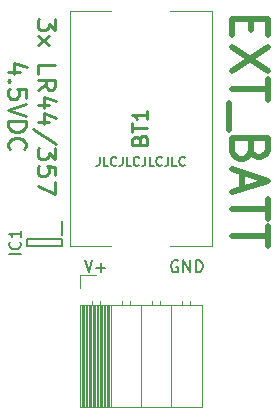
<source format=gbr>
%TF.GenerationSoftware,KiCad,Pcbnew,(5.1.6)-1*%
%TF.CreationDate,2022-09-21T14:30:55-04:00*%
%TF.ProjectId,EXT_BATT_4.5,4558545f-4241-4545-945f-342e352e6b69,rev?*%
%TF.SameCoordinates,Original*%
%TF.FileFunction,Legend,Top*%
%TF.FilePolarity,Positive*%
%FSLAX46Y46*%
G04 Gerber Fmt 4.6, Leading zero omitted, Abs format (unit mm)*
G04 Created by KiCad (PCBNEW (5.1.6)-1) date 2022-09-21 14:30:55*
%MOMM*%
%LPD*%
G01*
G04 APERTURE LIST*
%ADD10C,0.150000*%
%ADD11C,0.250000*%
%ADD12C,0.500000*%
%ADD13C,0.100000*%
%ADD14C,0.200000*%
%ADD15C,0.120000*%
%ADD16C,0.254000*%
G04 APERTURE END LIST*
D10*
X125835714Y-90689285D02*
X125835714Y-91225000D01*
X125800000Y-91332142D01*
X125728571Y-91403571D01*
X125621428Y-91439285D01*
X125550000Y-91439285D01*
X126550000Y-91439285D02*
X126192857Y-91439285D01*
X126192857Y-90689285D01*
X127228571Y-91367857D02*
X127192857Y-91403571D01*
X127085714Y-91439285D01*
X127014285Y-91439285D01*
X126907142Y-91403571D01*
X126835714Y-91332142D01*
X126800000Y-91260714D01*
X126764285Y-91117857D01*
X126764285Y-91010714D01*
X126800000Y-90867857D01*
X126835714Y-90796428D01*
X126907142Y-90725000D01*
X127014285Y-90689285D01*
X127085714Y-90689285D01*
X127192857Y-90725000D01*
X127228571Y-90760714D01*
X127764285Y-90689285D02*
X127764285Y-91225000D01*
X127728571Y-91332142D01*
X127657142Y-91403571D01*
X127550000Y-91439285D01*
X127478571Y-91439285D01*
X128478571Y-91439285D02*
X128121428Y-91439285D01*
X128121428Y-90689285D01*
X129157142Y-91367857D02*
X129121428Y-91403571D01*
X129014285Y-91439285D01*
X128942857Y-91439285D01*
X128835714Y-91403571D01*
X128764285Y-91332142D01*
X128728571Y-91260714D01*
X128692857Y-91117857D01*
X128692857Y-91010714D01*
X128728571Y-90867857D01*
X128764285Y-90796428D01*
X128835714Y-90725000D01*
X128942857Y-90689285D01*
X129014285Y-90689285D01*
X129121428Y-90725000D01*
X129157142Y-90760714D01*
X129692857Y-90689285D02*
X129692857Y-91225000D01*
X129657142Y-91332142D01*
X129585714Y-91403571D01*
X129478571Y-91439285D01*
X129407142Y-91439285D01*
X130407142Y-91439285D02*
X130050000Y-91439285D01*
X130050000Y-90689285D01*
X131085714Y-91367857D02*
X131050000Y-91403571D01*
X130942857Y-91439285D01*
X130871428Y-91439285D01*
X130764285Y-91403571D01*
X130692857Y-91332142D01*
X130657142Y-91260714D01*
X130621428Y-91117857D01*
X130621428Y-91010714D01*
X130657142Y-90867857D01*
X130692857Y-90796428D01*
X130764285Y-90725000D01*
X130871428Y-90689285D01*
X130942857Y-90689285D01*
X131050000Y-90725000D01*
X131085714Y-90760714D01*
X131621428Y-90689285D02*
X131621428Y-91225000D01*
X131585714Y-91332142D01*
X131514285Y-91403571D01*
X131407142Y-91439285D01*
X131335714Y-91439285D01*
X132335714Y-91439285D02*
X131978571Y-91439285D01*
X131978571Y-90689285D01*
X133014285Y-91367857D02*
X132978571Y-91403571D01*
X132871428Y-91439285D01*
X132800000Y-91439285D01*
X132692857Y-91403571D01*
X132621428Y-91332142D01*
X132585714Y-91260714D01*
X132550000Y-91117857D01*
X132550000Y-91010714D01*
X132585714Y-90867857D01*
X132621428Y-90796428D01*
X132692857Y-90725000D01*
X132800000Y-90689285D01*
X132871428Y-90689285D01*
X132978571Y-90725000D01*
X133014285Y-90760714D01*
D11*
X122071428Y-79007142D02*
X122071428Y-79935714D01*
X121500000Y-79435714D01*
X121500000Y-79650000D01*
X121428571Y-79792857D01*
X121357142Y-79864285D01*
X121214285Y-79935714D01*
X120857142Y-79935714D01*
X120714285Y-79864285D01*
X120642857Y-79792857D01*
X120571428Y-79650000D01*
X120571428Y-79221428D01*
X120642857Y-79078571D01*
X120714285Y-79007142D01*
X120571428Y-80435714D02*
X121571428Y-81221428D01*
X121571428Y-80435714D02*
X120571428Y-81221428D01*
X120571428Y-83650000D02*
X120571428Y-82935714D01*
X122071428Y-82935714D01*
X120571428Y-85007142D02*
X121285714Y-84507142D01*
X120571428Y-84150000D02*
X122071428Y-84150000D01*
X122071428Y-84721428D01*
X122000000Y-84864285D01*
X121928571Y-84935714D01*
X121785714Y-85007142D01*
X121571428Y-85007142D01*
X121428571Y-84935714D01*
X121357142Y-84864285D01*
X121285714Y-84721428D01*
X121285714Y-84150000D01*
X121571428Y-86292857D02*
X120571428Y-86292857D01*
X122142857Y-85935714D02*
X121071428Y-85578571D01*
X121071428Y-86507142D01*
X121571428Y-87721428D02*
X120571428Y-87721428D01*
X122142857Y-87364285D02*
X121071428Y-87007142D01*
X121071428Y-87935714D01*
X122142857Y-89578571D02*
X120214285Y-88292857D01*
X122071428Y-89935714D02*
X122071428Y-90864285D01*
X121500000Y-90364285D01*
X121500000Y-90578571D01*
X121428571Y-90721428D01*
X121357142Y-90792857D01*
X121214285Y-90864285D01*
X120857142Y-90864285D01*
X120714285Y-90792857D01*
X120642857Y-90721428D01*
X120571428Y-90578571D01*
X120571428Y-90150000D01*
X120642857Y-90007142D01*
X120714285Y-89935714D01*
X122071428Y-92221428D02*
X122071428Y-91507142D01*
X121357142Y-91435714D01*
X121428571Y-91507142D01*
X121500000Y-91650000D01*
X121500000Y-92007142D01*
X121428571Y-92150000D01*
X121357142Y-92221428D01*
X121214285Y-92292857D01*
X120857142Y-92292857D01*
X120714285Y-92221428D01*
X120642857Y-92150000D01*
X120571428Y-92007142D01*
X120571428Y-91650000D01*
X120642857Y-91507142D01*
X120714285Y-91435714D01*
X122071428Y-92792857D02*
X122071428Y-93792857D01*
X120571428Y-93150000D01*
X119071428Y-83471428D02*
X118071428Y-83471428D01*
X119642857Y-83114285D02*
X118571428Y-82757142D01*
X118571428Y-83685714D01*
X118214285Y-84257142D02*
X118142857Y-84328571D01*
X118071428Y-84257142D01*
X118142857Y-84185714D01*
X118214285Y-84257142D01*
X118071428Y-84257142D01*
X119571428Y-85685714D02*
X119571428Y-84971428D01*
X118857142Y-84900000D01*
X118928571Y-84971428D01*
X119000000Y-85114285D01*
X119000000Y-85471428D01*
X118928571Y-85614285D01*
X118857142Y-85685714D01*
X118714285Y-85757142D01*
X118357142Y-85757142D01*
X118214285Y-85685714D01*
X118142857Y-85614285D01*
X118071428Y-85471428D01*
X118071428Y-85114285D01*
X118142857Y-84971428D01*
X118214285Y-84900000D01*
X119571428Y-86185714D02*
X118071428Y-86685714D01*
X119571428Y-87185714D01*
X118071428Y-87685714D02*
X119571428Y-87685714D01*
X119571428Y-88042857D01*
X119500000Y-88257142D01*
X119357142Y-88400000D01*
X119214285Y-88471428D01*
X118928571Y-88542857D01*
X118714285Y-88542857D01*
X118428571Y-88471428D01*
X118285714Y-88400000D01*
X118142857Y-88257142D01*
X118071428Y-88042857D01*
X118071428Y-87685714D01*
X118214285Y-90042857D02*
X118142857Y-89971428D01*
X118071428Y-89757142D01*
X118071428Y-89614285D01*
X118142857Y-89400000D01*
X118285714Y-89257142D01*
X118428571Y-89185714D01*
X118714285Y-89114285D01*
X118928571Y-89114285D01*
X119214285Y-89185714D01*
X119357142Y-89257142D01*
X119500000Y-89400000D01*
X119571428Y-89614285D01*
X119571428Y-89757142D01*
X119500000Y-89971428D01*
X119428571Y-90042857D01*
D12*
X138614285Y-78971428D02*
X138614285Y-79971428D01*
X137042857Y-80400000D02*
X137042857Y-78971428D01*
X140042857Y-78971428D01*
X140042857Y-80400000D01*
X140042857Y-81400000D02*
X137042857Y-83400000D01*
X140042857Y-83400000D02*
X137042857Y-81400000D01*
X140042857Y-84114285D02*
X140042857Y-85828571D01*
X137042857Y-84971428D02*
X140042857Y-84971428D01*
X136757142Y-86114285D02*
X136757142Y-88400000D01*
X138614285Y-90114285D02*
X138471428Y-90542857D01*
X138328571Y-90685714D01*
X138042857Y-90828571D01*
X137614285Y-90828571D01*
X137328571Y-90685714D01*
X137185714Y-90542857D01*
X137042857Y-90257142D01*
X137042857Y-89114285D01*
X140042857Y-89114285D01*
X140042857Y-90114285D01*
X139900000Y-90400000D01*
X139757142Y-90542857D01*
X139471428Y-90685714D01*
X139185714Y-90685714D01*
X138900000Y-90542857D01*
X138757142Y-90400000D01*
X138614285Y-90114285D01*
X138614285Y-89114285D01*
X137900000Y-91971428D02*
X137900000Y-93400000D01*
X137042857Y-91685714D02*
X140042857Y-92685714D01*
X137042857Y-93685714D01*
X140042857Y-94257142D02*
X140042857Y-95971428D01*
X137042857Y-95114285D02*
X140042857Y-95114285D01*
X140042857Y-96542857D02*
X140042857Y-98257142D01*
X137042857Y-97400000D02*
X140042857Y-97400000D01*
D10*
X132438095Y-99500000D02*
X132342857Y-99452380D01*
X132200000Y-99452380D01*
X132057142Y-99500000D01*
X131961904Y-99595238D01*
X131914285Y-99690476D01*
X131866666Y-99880952D01*
X131866666Y-100023809D01*
X131914285Y-100214285D01*
X131961904Y-100309523D01*
X132057142Y-100404761D01*
X132200000Y-100452380D01*
X132295238Y-100452380D01*
X132438095Y-100404761D01*
X132485714Y-100357142D01*
X132485714Y-100023809D01*
X132295238Y-100023809D01*
X132914285Y-100452380D02*
X132914285Y-99452380D01*
X133485714Y-100452380D01*
X133485714Y-99452380D01*
X133961904Y-100452380D02*
X133961904Y-99452380D01*
X134200000Y-99452380D01*
X134342857Y-99500000D01*
X134438095Y-99595238D01*
X134485714Y-99690476D01*
X134533333Y-99880952D01*
X134533333Y-100023809D01*
X134485714Y-100214285D01*
X134438095Y-100309523D01*
X134342857Y-100404761D01*
X134200000Y-100452380D01*
X133961904Y-100452380D01*
X124547619Y-99452380D02*
X124880952Y-100452380D01*
X125214285Y-99452380D01*
X125547619Y-100071428D02*
X126309523Y-100071428D01*
X125928571Y-100452380D02*
X125928571Y-99690476D01*
D13*
%TO.C,BT1*%
X131800000Y-78300000D02*
X135300000Y-78300000D01*
X135300000Y-78300000D02*
X135300000Y-98250000D01*
X135300000Y-98250000D02*
X131800000Y-98250000D01*
X126800000Y-78300000D02*
X123300000Y-78300000D01*
X123300000Y-78300000D02*
X123300000Y-98250000D01*
X123300000Y-98250000D02*
X126800000Y-98250000D01*
D14*
%TO.C,IC1*%
X122650000Y-96075000D02*
X122650000Y-97325000D01*
X119700000Y-97675000D02*
X122600000Y-97675000D01*
X119700000Y-98225000D02*
X119700000Y-97675000D01*
X122600000Y-98225000D02*
X119700000Y-98225000D01*
X122600000Y-97675000D02*
X122600000Y-98225000D01*
D15*
%TO.C,J1*%
X124170000Y-101800000D02*
X124170000Y-100690000D01*
X124170000Y-100690000D02*
X125500000Y-100690000D01*
X124170000Y-111890000D02*
X134450000Y-111890000D01*
X134450000Y-111890000D02*
X134450000Y-103260000D01*
X124170000Y-103260000D02*
X134450000Y-103260000D01*
X124170000Y-111890000D02*
X124170000Y-103260000D01*
X131850000Y-111890000D02*
X131850000Y-103260000D01*
X129310000Y-111890000D02*
X129310000Y-103260000D01*
X126770000Y-111890000D02*
X126770000Y-103260000D01*
X133480000Y-103260000D02*
X133480000Y-102850000D01*
X132760000Y-103260000D02*
X132760000Y-102850000D01*
X130940000Y-103260000D02*
X130940000Y-102850000D01*
X130220000Y-103260000D02*
X130220000Y-102850000D01*
X128400000Y-103260000D02*
X128400000Y-102850000D01*
X127680000Y-103260000D02*
X127680000Y-102850000D01*
X125860000Y-103260000D02*
X125860000Y-102910000D01*
X125140000Y-103260000D02*
X125140000Y-102910000D01*
X126651900Y-111890000D02*
X126651900Y-103260000D01*
X126533805Y-111890000D02*
X126533805Y-103260000D01*
X126415710Y-111890000D02*
X126415710Y-103260000D01*
X126297615Y-111890000D02*
X126297615Y-103260000D01*
X126179520Y-111890000D02*
X126179520Y-103260000D01*
X126061425Y-111890000D02*
X126061425Y-103260000D01*
X125943330Y-111890000D02*
X125943330Y-103260000D01*
X125825235Y-111890000D02*
X125825235Y-103260000D01*
X125707140Y-111890000D02*
X125707140Y-103260000D01*
X125589045Y-111890000D02*
X125589045Y-103260000D01*
X125470950Y-111890000D02*
X125470950Y-103260000D01*
X125352855Y-111890000D02*
X125352855Y-103260000D01*
X125234760Y-111890000D02*
X125234760Y-103260000D01*
X125116665Y-111890000D02*
X125116665Y-103260000D01*
X124998570Y-111890000D02*
X124998570Y-103260000D01*
X124880475Y-111890000D02*
X124880475Y-103260000D01*
X124762380Y-111890000D02*
X124762380Y-103260000D01*
X124644285Y-111890000D02*
X124644285Y-103260000D01*
X124526190Y-111890000D02*
X124526190Y-103260000D01*
X124408095Y-111890000D02*
X124408095Y-103260000D01*
X124290000Y-111890000D02*
X124290000Y-103260000D01*
%TO.C,BT1*%
D16*
X129209285Y-89247857D02*
X129269761Y-89066428D01*
X129330238Y-89005952D01*
X129451190Y-88945476D01*
X129632619Y-88945476D01*
X129753571Y-89005952D01*
X129814047Y-89066428D01*
X129874523Y-89187380D01*
X129874523Y-89671190D01*
X128604523Y-89671190D01*
X128604523Y-89247857D01*
X128665000Y-89126904D01*
X128725476Y-89066428D01*
X128846428Y-89005952D01*
X128967380Y-89005952D01*
X129088333Y-89066428D01*
X129148809Y-89126904D01*
X129209285Y-89247857D01*
X129209285Y-89671190D01*
X128604523Y-88582619D02*
X128604523Y-87856904D01*
X129874523Y-88219761D02*
X128604523Y-88219761D01*
X129874523Y-86768333D02*
X129874523Y-87494047D01*
X129874523Y-87131190D02*
X128604523Y-87131190D01*
X128785952Y-87252142D01*
X128906904Y-87373095D01*
X128967380Y-87494047D01*
%TO.C,IC1*%
D10*
X119152380Y-98926190D02*
X118152380Y-98926190D01*
X119057142Y-97878571D02*
X119104761Y-97926190D01*
X119152380Y-98069047D01*
X119152380Y-98164285D01*
X119104761Y-98307142D01*
X119009523Y-98402380D01*
X118914285Y-98450000D01*
X118723809Y-98497619D01*
X118580952Y-98497619D01*
X118390476Y-98450000D01*
X118295238Y-98402380D01*
X118200000Y-98307142D01*
X118152380Y-98164285D01*
X118152380Y-98069047D01*
X118200000Y-97926190D01*
X118247619Y-97878571D01*
X119152380Y-96926190D02*
X119152380Y-97497619D01*
X119152380Y-97211904D02*
X118152380Y-97211904D01*
X118295238Y-97307142D01*
X118390476Y-97402380D01*
X118438095Y-97497619D01*
%TD*%
M02*

</source>
